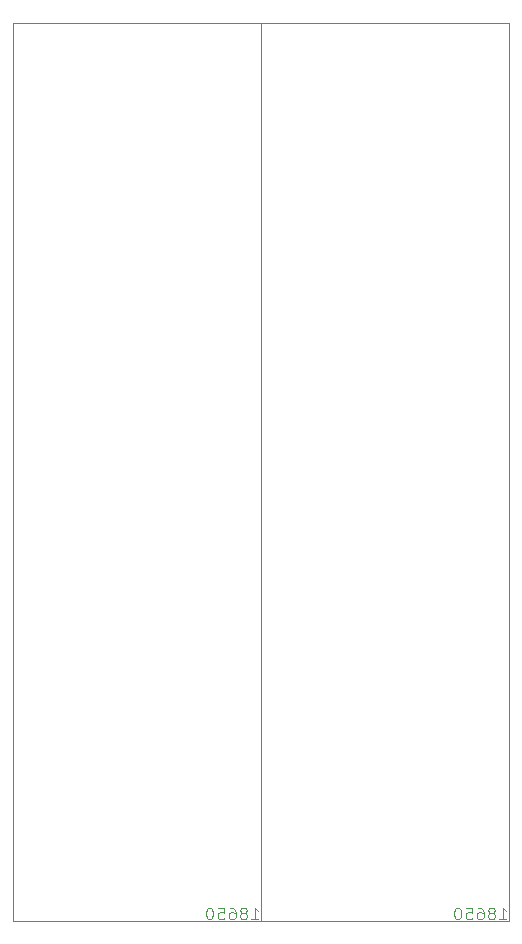
<source format=gbr>
%TF.GenerationSoftware,KiCad,Pcbnew,9.0.3*%
%TF.CreationDate,2025-08-18T22:42:58+09:00*%
%TF.ProjectId,espCon_main,65737043-6f6e-45f6-9d61-696e2e6b6963,rev?*%
%TF.SameCoordinates,Original*%
%TF.FileFunction,Legend,Bot*%
%TF.FilePolarity,Positive*%
%FSLAX46Y46*%
G04 Gerber Fmt 4.6, Leading zero omitted, Abs format (unit mm)*
G04 Created by KiCad (PCBNEW 9.0.3) date 2025-08-18 22:42:58*
%MOMM*%
%LPD*%
G01*
G04 APERTURE LIST*
%ADD10C,0.100000*%
G04 APERTURE END LIST*
D10*
X123950634Y-76500000D02*
X144950634Y-76500000D01*
X144950634Y-152500000D01*
X123950634Y-152500000D01*
X123950634Y-76500000D01*
X144950634Y-76500000D02*
X165950634Y-76500000D01*
X165950634Y-152500000D01*
X144950634Y-152500000D01*
X144950634Y-76500000D01*
X144122940Y-152372419D02*
X144694368Y-152372419D01*
X144408654Y-152372419D02*
X144408654Y-151372419D01*
X144408654Y-151372419D02*
X144503892Y-151515276D01*
X144503892Y-151515276D02*
X144599130Y-151610514D01*
X144599130Y-151610514D02*
X144694368Y-151658133D01*
X143551511Y-151800990D02*
X143646749Y-151753371D01*
X143646749Y-151753371D02*
X143694368Y-151705752D01*
X143694368Y-151705752D02*
X143741987Y-151610514D01*
X143741987Y-151610514D02*
X143741987Y-151562895D01*
X143741987Y-151562895D02*
X143694368Y-151467657D01*
X143694368Y-151467657D02*
X143646749Y-151420038D01*
X143646749Y-151420038D02*
X143551511Y-151372419D01*
X143551511Y-151372419D02*
X143361035Y-151372419D01*
X143361035Y-151372419D02*
X143265797Y-151420038D01*
X143265797Y-151420038D02*
X143218178Y-151467657D01*
X143218178Y-151467657D02*
X143170559Y-151562895D01*
X143170559Y-151562895D02*
X143170559Y-151610514D01*
X143170559Y-151610514D02*
X143218178Y-151705752D01*
X143218178Y-151705752D02*
X143265797Y-151753371D01*
X143265797Y-151753371D02*
X143361035Y-151800990D01*
X143361035Y-151800990D02*
X143551511Y-151800990D01*
X143551511Y-151800990D02*
X143646749Y-151848609D01*
X143646749Y-151848609D02*
X143694368Y-151896228D01*
X143694368Y-151896228D02*
X143741987Y-151991466D01*
X143741987Y-151991466D02*
X143741987Y-152181942D01*
X143741987Y-152181942D02*
X143694368Y-152277180D01*
X143694368Y-152277180D02*
X143646749Y-152324800D01*
X143646749Y-152324800D02*
X143551511Y-152372419D01*
X143551511Y-152372419D02*
X143361035Y-152372419D01*
X143361035Y-152372419D02*
X143265797Y-152324800D01*
X143265797Y-152324800D02*
X143218178Y-152277180D01*
X143218178Y-152277180D02*
X143170559Y-152181942D01*
X143170559Y-152181942D02*
X143170559Y-151991466D01*
X143170559Y-151991466D02*
X143218178Y-151896228D01*
X143218178Y-151896228D02*
X143265797Y-151848609D01*
X143265797Y-151848609D02*
X143361035Y-151800990D01*
X142313416Y-151372419D02*
X142503892Y-151372419D01*
X142503892Y-151372419D02*
X142599130Y-151420038D01*
X142599130Y-151420038D02*
X142646749Y-151467657D01*
X142646749Y-151467657D02*
X142741987Y-151610514D01*
X142741987Y-151610514D02*
X142789606Y-151800990D01*
X142789606Y-151800990D02*
X142789606Y-152181942D01*
X142789606Y-152181942D02*
X142741987Y-152277180D01*
X142741987Y-152277180D02*
X142694368Y-152324800D01*
X142694368Y-152324800D02*
X142599130Y-152372419D01*
X142599130Y-152372419D02*
X142408654Y-152372419D01*
X142408654Y-152372419D02*
X142313416Y-152324800D01*
X142313416Y-152324800D02*
X142265797Y-152277180D01*
X142265797Y-152277180D02*
X142218178Y-152181942D01*
X142218178Y-152181942D02*
X142218178Y-151943847D01*
X142218178Y-151943847D02*
X142265797Y-151848609D01*
X142265797Y-151848609D02*
X142313416Y-151800990D01*
X142313416Y-151800990D02*
X142408654Y-151753371D01*
X142408654Y-151753371D02*
X142599130Y-151753371D01*
X142599130Y-151753371D02*
X142694368Y-151800990D01*
X142694368Y-151800990D02*
X142741987Y-151848609D01*
X142741987Y-151848609D02*
X142789606Y-151943847D01*
X141313416Y-151372419D02*
X141789606Y-151372419D01*
X141789606Y-151372419D02*
X141837225Y-151848609D01*
X141837225Y-151848609D02*
X141789606Y-151800990D01*
X141789606Y-151800990D02*
X141694368Y-151753371D01*
X141694368Y-151753371D02*
X141456273Y-151753371D01*
X141456273Y-151753371D02*
X141361035Y-151800990D01*
X141361035Y-151800990D02*
X141313416Y-151848609D01*
X141313416Y-151848609D02*
X141265797Y-151943847D01*
X141265797Y-151943847D02*
X141265797Y-152181942D01*
X141265797Y-152181942D02*
X141313416Y-152277180D01*
X141313416Y-152277180D02*
X141361035Y-152324800D01*
X141361035Y-152324800D02*
X141456273Y-152372419D01*
X141456273Y-152372419D02*
X141694368Y-152372419D01*
X141694368Y-152372419D02*
X141789606Y-152324800D01*
X141789606Y-152324800D02*
X141837225Y-152277180D01*
X140646749Y-151372419D02*
X140551511Y-151372419D01*
X140551511Y-151372419D02*
X140456273Y-151420038D01*
X140456273Y-151420038D02*
X140408654Y-151467657D01*
X140408654Y-151467657D02*
X140361035Y-151562895D01*
X140361035Y-151562895D02*
X140313416Y-151753371D01*
X140313416Y-151753371D02*
X140313416Y-151991466D01*
X140313416Y-151991466D02*
X140361035Y-152181942D01*
X140361035Y-152181942D02*
X140408654Y-152277180D01*
X140408654Y-152277180D02*
X140456273Y-152324800D01*
X140456273Y-152324800D02*
X140551511Y-152372419D01*
X140551511Y-152372419D02*
X140646749Y-152372419D01*
X140646749Y-152372419D02*
X140741987Y-152324800D01*
X140741987Y-152324800D02*
X140789606Y-152277180D01*
X140789606Y-152277180D02*
X140837225Y-152181942D01*
X140837225Y-152181942D02*
X140884844Y-151991466D01*
X140884844Y-151991466D02*
X140884844Y-151753371D01*
X140884844Y-151753371D02*
X140837225Y-151562895D01*
X140837225Y-151562895D02*
X140789606Y-151467657D01*
X140789606Y-151467657D02*
X140741987Y-151420038D01*
X140741987Y-151420038D02*
X140646749Y-151372419D01*
X165122940Y-152372419D02*
X165694368Y-152372419D01*
X165408654Y-152372419D02*
X165408654Y-151372419D01*
X165408654Y-151372419D02*
X165503892Y-151515276D01*
X165503892Y-151515276D02*
X165599130Y-151610514D01*
X165599130Y-151610514D02*
X165694368Y-151658133D01*
X164551511Y-151800990D02*
X164646749Y-151753371D01*
X164646749Y-151753371D02*
X164694368Y-151705752D01*
X164694368Y-151705752D02*
X164741987Y-151610514D01*
X164741987Y-151610514D02*
X164741987Y-151562895D01*
X164741987Y-151562895D02*
X164694368Y-151467657D01*
X164694368Y-151467657D02*
X164646749Y-151420038D01*
X164646749Y-151420038D02*
X164551511Y-151372419D01*
X164551511Y-151372419D02*
X164361035Y-151372419D01*
X164361035Y-151372419D02*
X164265797Y-151420038D01*
X164265797Y-151420038D02*
X164218178Y-151467657D01*
X164218178Y-151467657D02*
X164170559Y-151562895D01*
X164170559Y-151562895D02*
X164170559Y-151610514D01*
X164170559Y-151610514D02*
X164218178Y-151705752D01*
X164218178Y-151705752D02*
X164265797Y-151753371D01*
X164265797Y-151753371D02*
X164361035Y-151800990D01*
X164361035Y-151800990D02*
X164551511Y-151800990D01*
X164551511Y-151800990D02*
X164646749Y-151848609D01*
X164646749Y-151848609D02*
X164694368Y-151896228D01*
X164694368Y-151896228D02*
X164741987Y-151991466D01*
X164741987Y-151991466D02*
X164741987Y-152181942D01*
X164741987Y-152181942D02*
X164694368Y-152277180D01*
X164694368Y-152277180D02*
X164646749Y-152324800D01*
X164646749Y-152324800D02*
X164551511Y-152372419D01*
X164551511Y-152372419D02*
X164361035Y-152372419D01*
X164361035Y-152372419D02*
X164265797Y-152324800D01*
X164265797Y-152324800D02*
X164218178Y-152277180D01*
X164218178Y-152277180D02*
X164170559Y-152181942D01*
X164170559Y-152181942D02*
X164170559Y-151991466D01*
X164170559Y-151991466D02*
X164218178Y-151896228D01*
X164218178Y-151896228D02*
X164265797Y-151848609D01*
X164265797Y-151848609D02*
X164361035Y-151800990D01*
X163313416Y-151372419D02*
X163503892Y-151372419D01*
X163503892Y-151372419D02*
X163599130Y-151420038D01*
X163599130Y-151420038D02*
X163646749Y-151467657D01*
X163646749Y-151467657D02*
X163741987Y-151610514D01*
X163741987Y-151610514D02*
X163789606Y-151800990D01*
X163789606Y-151800990D02*
X163789606Y-152181942D01*
X163789606Y-152181942D02*
X163741987Y-152277180D01*
X163741987Y-152277180D02*
X163694368Y-152324800D01*
X163694368Y-152324800D02*
X163599130Y-152372419D01*
X163599130Y-152372419D02*
X163408654Y-152372419D01*
X163408654Y-152372419D02*
X163313416Y-152324800D01*
X163313416Y-152324800D02*
X163265797Y-152277180D01*
X163265797Y-152277180D02*
X163218178Y-152181942D01*
X163218178Y-152181942D02*
X163218178Y-151943847D01*
X163218178Y-151943847D02*
X163265797Y-151848609D01*
X163265797Y-151848609D02*
X163313416Y-151800990D01*
X163313416Y-151800990D02*
X163408654Y-151753371D01*
X163408654Y-151753371D02*
X163599130Y-151753371D01*
X163599130Y-151753371D02*
X163694368Y-151800990D01*
X163694368Y-151800990D02*
X163741987Y-151848609D01*
X163741987Y-151848609D02*
X163789606Y-151943847D01*
X162313416Y-151372419D02*
X162789606Y-151372419D01*
X162789606Y-151372419D02*
X162837225Y-151848609D01*
X162837225Y-151848609D02*
X162789606Y-151800990D01*
X162789606Y-151800990D02*
X162694368Y-151753371D01*
X162694368Y-151753371D02*
X162456273Y-151753371D01*
X162456273Y-151753371D02*
X162361035Y-151800990D01*
X162361035Y-151800990D02*
X162313416Y-151848609D01*
X162313416Y-151848609D02*
X162265797Y-151943847D01*
X162265797Y-151943847D02*
X162265797Y-152181942D01*
X162265797Y-152181942D02*
X162313416Y-152277180D01*
X162313416Y-152277180D02*
X162361035Y-152324800D01*
X162361035Y-152324800D02*
X162456273Y-152372419D01*
X162456273Y-152372419D02*
X162694368Y-152372419D01*
X162694368Y-152372419D02*
X162789606Y-152324800D01*
X162789606Y-152324800D02*
X162837225Y-152277180D01*
X161646749Y-151372419D02*
X161551511Y-151372419D01*
X161551511Y-151372419D02*
X161456273Y-151420038D01*
X161456273Y-151420038D02*
X161408654Y-151467657D01*
X161408654Y-151467657D02*
X161361035Y-151562895D01*
X161361035Y-151562895D02*
X161313416Y-151753371D01*
X161313416Y-151753371D02*
X161313416Y-151991466D01*
X161313416Y-151991466D02*
X161361035Y-152181942D01*
X161361035Y-152181942D02*
X161408654Y-152277180D01*
X161408654Y-152277180D02*
X161456273Y-152324800D01*
X161456273Y-152324800D02*
X161551511Y-152372419D01*
X161551511Y-152372419D02*
X161646749Y-152372419D01*
X161646749Y-152372419D02*
X161741987Y-152324800D01*
X161741987Y-152324800D02*
X161789606Y-152277180D01*
X161789606Y-152277180D02*
X161837225Y-152181942D01*
X161837225Y-152181942D02*
X161884844Y-151991466D01*
X161884844Y-151991466D02*
X161884844Y-151753371D01*
X161884844Y-151753371D02*
X161837225Y-151562895D01*
X161837225Y-151562895D02*
X161789606Y-151467657D01*
X161789606Y-151467657D02*
X161741987Y-151420038D01*
X161741987Y-151420038D02*
X161646749Y-151372419D01*
M02*

</source>
